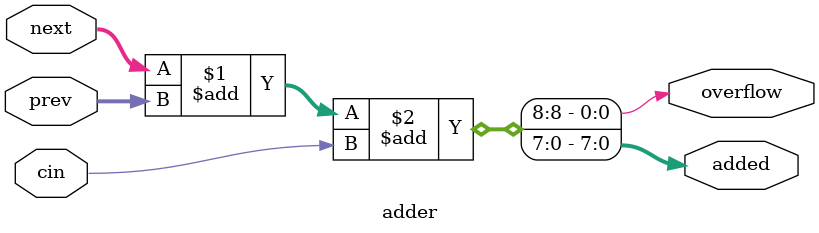
<source format=v>
module part1(SW, LEDG, KEY);
input [7:0] SW;
input [2:1] KEY;
output [8:0] LEDG;
reg ov;
reg [7:0] store_A, store_B;
wire overflow;
wire [7:0] answer;
assign LEDG[8:8] = ov;
assign LEDG[7:0]  = store_B;
adder a1(store_A, store_B, 0, overflow, answer);
initial begin
store_A = 8'b0;
store_B = 8'b0;
end

always @(posedge KEY[2]) begin
store_A <= SW;
store_B <= answer;
end

always @(posedge KEY[2])
ov <=overflow;

endmodule
module adder(next, prev, cin, overflow, added);
input [7:0] next, prev;
input cin;
output [7:0] added;
output overflow;
assign {overflow, added} = next + prev + cin;
endmodule

</source>
